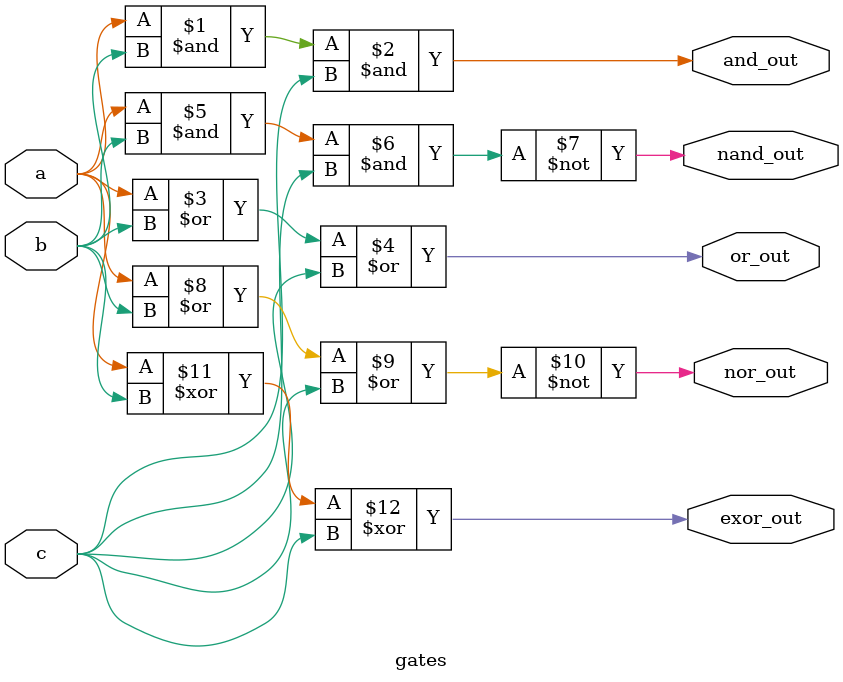
<source format=v>


/**************************************************************************
 *   Copyright (C) 2025 by Jesús D. Garza Camarena                        *
 *   jesus.garzacmn@uanl.edu.mx                                           *
 *   Attribution-NonCommercial-ShareAlike 3.0 (CC-BY-NC-SA 3.0)           *
 *   https://creativecommons.org/licenses/by-nc-sa/3.0/                   *
 *                                                                        *
 *   Example S03.1 - Lab Practice #03 HDL - Logic Gates                   *
 *   Device: GAL22V10 / ATF22V10                                          *
 *   Language: Verilog                                                    *
 *   Revision: 1.0                                                        *
 *   Date: 20/04/25                                                       *
 **************************************************************************/

// Nombre de la actividad:
// Brigada : Día y hora
// Nombres:
// N.L. : Número de lista
// Fecha:

// Módulo de compuertas lógicas

module gates 
(
//Inputs
    input  wire a        /* synthesis loc = "P1"  */, // Entrada a conectada al pin P1
    input  wire b        /* synthesis loc = "P2"  */, // Entrada b conectada al pin P2
    input  wire c        /* synthesis loc = "P3"  */, // Entrada c conectada al pin P3

//Outputs
    output wire and_out  /* synthesis loc = "P23" */, // Salida AND conectada al pin P23
    output wire or_out   /* synthesis loc = "P22" */, // Salida OR conectada al pin P22
    output wire nand_out /* synthesis loc = "P21" */, // Salida NAND conectada al pin P21
    output wire nor_out  /* synthesis loc = "P20" */, // Salida NOR conectada al pin P20
    output wire exor_out /* synthesis loc = "P19" */  // Salida XOR conectada al pin P19
);


// Lógica combinacional
assign and_out  = a & b & c;             // Salida 1 solo si todas las entradas son 1
assign or_out   = a | b | c;             // Salida 1 si al menos una entrada es 1
assign nand_out = ~(a & b & c);          // Inverso de AND
assign nor_out  = ~(a | b | c);          // Inverso de OR
assign exor_out = a ^ b ^ c;             // XOR entre a, b y c (paridad impar)

endmodule


</source>
